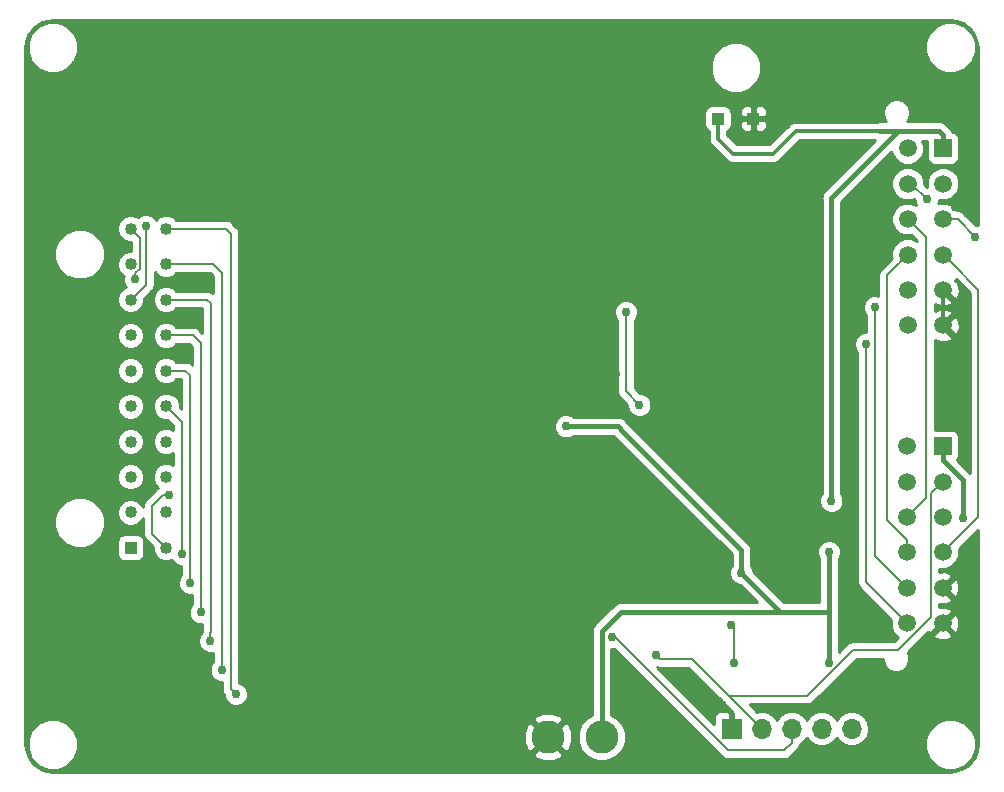
<source format=gbr>
%TF.GenerationSoftware,KiCad,Pcbnew,(5.0.0)*%
%TF.CreationDate,2019-02-02T21:11:36-06:00*%
%TF.ProjectId,BPSTemperature,42505354656D70657261747572652E6B,rev?*%
%TF.SameCoordinates,Original*%
%TF.FileFunction,Copper,L2,Bot,Signal*%
%TF.FilePolarity,Positive*%
%FSLAX46Y46*%
G04 Gerber Fmt 4.6, Leading zero omitted, Abs format (unit mm)*
G04 Created by KiCad (PCBNEW (5.0.0)) date 02/02/19 21:11:36*
%MOMM*%
%LPD*%
G01*
G04 APERTURE LIST*
%ADD10C,2.800000*%
%ADD11R,1.020000X1.020000*%
%ADD12C,1.020000*%
%ADD13R,1.700000X1.700000*%
%ADD14O,1.700000X1.700000*%
%ADD15C,1.500000*%
%ADD16R,1.500000X1.500000*%
%ADD17R,1.000000X1.000000*%
%ADD18C,0.762000*%
%ADD19C,0.304800*%
%ADD20C,0.203200*%
%ADD21C,0.381000*%
%ADD22C,0.254000*%
G04 APERTURE END LIST*
D10*
X102468001Y-131374501D03*
X97917000Y-131374501D03*
D11*
X62593000Y-115366500D03*
D12*
X62593000Y-88346500D03*
X62593000Y-112366500D03*
X62593000Y-109366500D03*
X62593000Y-106366500D03*
X62593000Y-103366500D03*
X62593000Y-100366500D03*
X62593000Y-97366500D03*
X62593000Y-94366500D03*
X62593000Y-91366500D03*
X65593000Y-91366500D03*
X65593000Y-97366500D03*
X65593000Y-94366500D03*
X65593000Y-100366500D03*
X65593000Y-88346500D03*
X65593000Y-106366500D03*
X65593000Y-103366500D03*
X65593000Y-109366500D03*
X65593000Y-112366500D03*
X65593000Y-115366500D03*
D13*
X113474500Y-130683000D03*
D14*
X116014500Y-130683000D03*
X118554500Y-130683000D03*
X121094500Y-130683000D03*
X123634500Y-130683000D03*
D15*
X128333500Y-121760500D03*
X128333500Y-118760500D03*
X128333500Y-115760500D03*
X128333500Y-112760500D03*
X128333500Y-109760500D03*
X128333500Y-106760500D03*
X131333500Y-121760500D03*
X131333500Y-118760500D03*
X131333500Y-115760500D03*
X131333500Y-112760500D03*
X131333500Y-109760500D03*
D16*
X131333500Y-106760500D03*
X131381500Y-81534000D03*
D15*
X131381500Y-84534000D03*
X131381500Y-87534000D03*
X131381500Y-90534000D03*
X131381500Y-93534000D03*
X131381500Y-96534000D03*
X128381500Y-81534000D03*
X128381500Y-84534000D03*
X128381500Y-87534000D03*
X128381500Y-90534000D03*
X128381500Y-93534000D03*
X128381500Y-96534000D03*
D17*
X115325000Y-79020000D03*
X112325000Y-79020000D03*
D18*
X116840000Y-115443000D03*
X132416987Y-86467513D03*
X132842000Y-78867000D03*
X105092500Y-109220000D03*
X96647000Y-109156500D03*
X90741500Y-110299500D03*
X93027500Y-112903000D03*
X93662500Y-119824500D03*
X97790000Y-117665500D03*
X100330000Y-120332500D03*
X81534000Y-117792500D03*
X83883500Y-112839500D03*
X83756500Y-109664500D03*
X83820000Y-107124500D03*
X83883500Y-103505000D03*
X83947000Y-100139500D03*
X83820000Y-97155000D03*
X83693000Y-93408500D03*
X83756500Y-90424000D03*
X83883500Y-87058500D03*
X88963500Y-90741500D03*
X92710000Y-88773000D03*
X94742000Y-85661500D03*
X97599500Y-83185000D03*
X100393500Y-80645000D03*
X103700000Y-100650000D03*
X97112435Y-99467978D03*
X95000000Y-103125000D03*
X96900000Y-105150000D03*
X133096000Y-112839500D03*
X121729500Y-125095000D03*
X121729500Y-115697000D03*
X114300000Y-117475000D03*
X121920000Y-111379000D03*
X99441000Y-105092500D03*
X105664000Y-103251000D03*
X104521000Y-95377000D03*
X62992000Y-92646500D03*
X63881000Y-88138000D03*
X71501000Y-127762000D03*
X70294500Y-125730000D03*
X69342000Y-123253500D03*
X68516500Y-120840500D03*
X67627500Y-118364000D03*
X66929000Y-115887500D03*
X65849500Y-110871000D03*
X107061000Y-124460000D03*
X134112000Y-89027000D03*
X103378000Y-122936000D03*
X113665000Y-125095000D03*
X113411000Y-121920000D03*
X124841000Y-98107500D03*
X125603000Y-94996000D03*
X130020501Y-85852000D03*
D19*
X131381500Y-93534000D02*
X131381500Y-96534000D01*
X132416987Y-86467513D02*
X132842000Y-86042500D01*
X132842000Y-86042500D02*
X132842000Y-78867000D01*
D20*
X105092500Y-109220000D02*
X96710500Y-109220000D01*
X96710500Y-109220000D02*
X96647000Y-109156500D01*
D21*
X131333500Y-106760500D02*
X131333500Y-107891500D01*
X133096000Y-109654000D02*
X133096000Y-112839500D01*
X131333500Y-107891500D02*
X133096000Y-109654000D01*
X117602000Y-120777000D02*
X114300000Y-117475000D01*
X121729500Y-120777000D02*
X121729500Y-115697000D01*
X121729500Y-125095000D02*
X121729500Y-120777000D01*
X131381500Y-80403000D02*
X131052000Y-80073500D01*
X131381500Y-81534000D02*
X131381500Y-80403000D01*
X131052000Y-80073500D02*
X128224506Y-80073500D01*
X128224506Y-80073500D02*
X127571500Y-80073500D01*
X127571500Y-80073500D02*
X121920000Y-85725000D01*
X121920000Y-85725000D02*
X121920000Y-111379000D01*
X118110000Y-120777000D02*
X117602000Y-120777000D01*
X119189500Y-120777000D02*
X118110000Y-120777000D01*
X121729500Y-120777000D02*
X119189500Y-120777000D01*
X114300000Y-117475000D02*
X114300000Y-115570000D01*
X114300000Y-115570000D02*
X104267000Y-105537000D01*
X103822500Y-105092500D02*
X104267000Y-105537000D01*
X99441000Y-105092500D02*
X103822500Y-105092500D01*
X127571500Y-80073500D02*
X126047500Y-80073500D01*
X104076500Y-120777000D02*
X117602000Y-120777000D01*
X102468001Y-122385499D02*
X104076500Y-120777000D01*
X102468001Y-131374501D02*
X102468001Y-122385499D01*
D19*
X126047500Y-80073500D02*
X118926500Y-80073500D01*
X118926500Y-80073500D02*
X117000000Y-82000000D01*
X117000000Y-82000000D02*
X113600000Y-82000000D01*
X113600000Y-82000000D02*
X112325000Y-80725000D01*
X112325000Y-80725000D02*
X112325000Y-79025000D01*
D20*
X105664000Y-103251000D02*
X104521000Y-102108000D01*
X104521000Y-102108000D02*
X104521000Y-95377000D01*
X63102999Y-88856499D02*
X62593000Y-88346500D01*
X63357001Y-89110501D02*
X63102999Y-88856499D01*
X63357001Y-91742684D02*
X63357001Y-89110501D01*
X62992000Y-92107685D02*
X63357001Y-91742684D01*
X62992000Y-92646500D02*
X62992000Y-92107685D01*
X63881000Y-93078500D02*
X62593000Y-94366500D01*
X63881000Y-88138000D02*
X63881000Y-93078500D01*
X71501000Y-127762000D02*
X71056500Y-127317500D01*
X71056500Y-127317500D02*
X71056500Y-88773000D01*
X70630000Y-88346500D02*
X65593000Y-88346500D01*
X71056500Y-88773000D02*
X70630000Y-88346500D01*
X69586000Y-91366500D02*
X65593000Y-91366500D01*
X70294500Y-125730000D02*
X70294500Y-92075000D01*
X70294500Y-92075000D02*
X69586000Y-91366500D01*
X69093500Y-94366500D02*
X65593000Y-94366500D01*
X69405500Y-94678500D02*
X69093500Y-94366500D01*
X69342000Y-122555000D02*
X69342000Y-123253500D01*
X69405500Y-122491500D02*
X69342000Y-122555000D01*
X69405500Y-122491500D02*
X69405500Y-94678500D01*
X68516500Y-120840500D02*
X68516500Y-98044000D01*
X67839000Y-97366500D02*
X65593000Y-97366500D01*
X68516500Y-98044000D02*
X67839000Y-97366500D01*
X67627500Y-118364000D02*
X67627500Y-100774500D01*
X67219500Y-100366500D02*
X65593000Y-100366500D01*
X67627500Y-100774500D02*
X67219500Y-100366500D01*
X66929000Y-104702500D02*
X65593000Y-103366500D01*
X66929000Y-115887500D02*
X66929000Y-104702500D01*
X65310685Y-110871000D02*
X64389000Y-111792685D01*
X65849500Y-110871000D02*
X65310685Y-110871000D01*
X64389000Y-114162500D02*
X65593000Y-115366500D01*
X64389000Y-111792685D02*
X64389000Y-114162500D01*
X110109000Y-124777500D02*
X107378500Y-124777500D01*
X107378500Y-124777500D02*
X107061000Y-124460000D01*
X119875302Y-127889000D02*
X113220500Y-127889000D01*
X123757803Y-124006499D02*
X119875302Y-127889000D01*
X130329499Y-110764501D02*
X130329499Y-121250423D01*
X127573423Y-124006499D02*
X123757803Y-124006499D01*
X131333500Y-109760500D02*
X130329499Y-110764501D01*
X130329499Y-121250423D02*
X127573423Y-124006499D01*
X113220500Y-127889000D02*
X110109000Y-124777500D01*
X116014500Y-130683000D02*
X113220500Y-127889000D01*
X132619000Y-87534000D02*
X131381500Y-87534000D01*
X134112000Y-89027000D02*
X132619000Y-87534000D01*
X118554500Y-131885081D02*
X117915081Y-132524500D01*
X118554500Y-130683000D02*
X118554500Y-131885081D01*
X103570298Y-122936000D02*
X103378000Y-122936000D01*
X113158798Y-132524500D02*
X103570298Y-122936000D01*
X117915081Y-132524500D02*
X113158798Y-132524500D01*
X132131499Y-91283999D02*
X131381500Y-90534000D01*
X134366000Y-93518500D02*
X132131499Y-91283999D01*
X134366000Y-112728000D02*
X134366000Y-93518500D01*
X131333500Y-115760500D02*
X134366000Y-112728000D01*
X113665000Y-125095000D02*
X113665000Y-122174000D01*
X113665000Y-122174000D02*
X113411000Y-121920000D01*
X128333500Y-121760500D02*
X124841000Y-118268000D01*
X124841000Y-118268000D02*
X124841000Y-98107500D01*
X128333500Y-118760500D02*
X125603000Y-116030000D01*
X125603000Y-116030000D02*
X125603000Y-94996000D01*
X127631501Y-91283999D02*
X128381500Y-90534000D01*
X126639499Y-92276001D02*
X127631501Y-91283999D01*
X126639499Y-113005839D02*
X126639499Y-92276001D01*
X128333500Y-114699840D02*
X126639499Y-113005839D01*
X128333500Y-115760500D02*
X128333500Y-114699840D01*
X128333500Y-112760500D02*
X129921000Y-111173000D01*
X129921000Y-89073500D02*
X128381500Y-87534000D01*
X129921000Y-111173000D02*
X129921000Y-89073500D01*
X128702501Y-84534000D02*
X128381500Y-84534000D01*
X130020501Y-85852000D02*
X128702501Y-84534000D01*
D22*
G36*
X132531494Y-70751605D02*
X133034485Y-70934182D01*
X133481979Y-71227572D01*
X133849977Y-71616039D01*
X134118738Y-72078745D01*
X134276565Y-72599847D01*
X134315000Y-73030505D01*
X134315000Y-88011375D01*
X134314095Y-88011000D01*
X134137710Y-88011000D01*
X133191151Y-87064442D01*
X133150058Y-87002942D01*
X132906407Y-86840139D01*
X132691544Y-86797400D01*
X132691540Y-86797400D01*
X132619000Y-86782971D01*
X132573293Y-86792062D01*
X132555647Y-86749460D01*
X132166040Y-86359853D01*
X131656994Y-86149000D01*
X131106006Y-86149000D01*
X130974654Y-86203408D01*
X131036501Y-86054095D01*
X131036501Y-85890210D01*
X131106006Y-85919000D01*
X131656994Y-85919000D01*
X132166040Y-85708147D01*
X132555647Y-85318540D01*
X132766500Y-84809494D01*
X132766500Y-84258506D01*
X132555647Y-83749460D01*
X132166040Y-83359853D01*
X131656994Y-83149000D01*
X131106006Y-83149000D01*
X130596960Y-83359853D01*
X130207353Y-83749460D01*
X129996500Y-84258506D01*
X129996500Y-84786290D01*
X129766500Y-84556290D01*
X129766500Y-84258506D01*
X129555647Y-83749460D01*
X129166040Y-83359853D01*
X128656994Y-83149000D01*
X128106006Y-83149000D01*
X127596960Y-83359853D01*
X127207353Y-83749460D01*
X126996500Y-84258506D01*
X126996500Y-84809494D01*
X127207353Y-85318540D01*
X127596960Y-85708147D01*
X128106006Y-85919000D01*
X128656994Y-85919000D01*
X128931916Y-85805124D01*
X129004501Y-85877709D01*
X129004501Y-86054095D01*
X129123923Y-86342408D01*
X128656994Y-86149000D01*
X128106006Y-86149000D01*
X127596960Y-86359853D01*
X127207353Y-86749460D01*
X126996500Y-87258506D01*
X126996500Y-87809494D01*
X127207353Y-88318540D01*
X127596960Y-88708147D01*
X128106006Y-88919000D01*
X128656994Y-88919000D01*
X128704933Y-88899143D01*
X129165363Y-89359572D01*
X128656994Y-89149000D01*
X128106006Y-89149000D01*
X127596960Y-89359853D01*
X127207353Y-89749460D01*
X126996500Y-90258506D01*
X126996500Y-90809494D01*
X127016357Y-90857433D01*
X126169939Y-91703852D01*
X126108442Y-91744943D01*
X126067351Y-91806440D01*
X126067348Y-91806443D01*
X125945638Y-91988595D01*
X125888470Y-92276001D01*
X125902900Y-92348546D01*
X125902900Y-94020512D01*
X125805095Y-93980000D01*
X125400905Y-93980000D01*
X125027482Y-94134676D01*
X124741676Y-94420482D01*
X124587000Y-94793905D01*
X124587000Y-95198095D01*
X124741676Y-95571518D01*
X124866401Y-95696243D01*
X124866401Y-97091500D01*
X124638905Y-97091500D01*
X124265482Y-97246176D01*
X123979676Y-97531982D01*
X123825000Y-97905405D01*
X123825000Y-98309595D01*
X123979676Y-98683018D01*
X124104401Y-98807743D01*
X124104400Y-118195460D01*
X124089971Y-118268000D01*
X124104400Y-118340540D01*
X124104400Y-118340543D01*
X124147139Y-118555406D01*
X124309942Y-118799058D01*
X124371442Y-118840151D01*
X126968357Y-121437067D01*
X126948500Y-121485006D01*
X126948500Y-122035994D01*
X127159353Y-122545040D01*
X127548960Y-122934647D01*
X127587572Y-122950641D01*
X127268314Y-123269899D01*
X123830343Y-123269899D01*
X123757803Y-123255470D01*
X123685262Y-123269899D01*
X123685259Y-123269899D01*
X123503622Y-123306029D01*
X123470396Y-123312638D01*
X123288244Y-123434348D01*
X123288242Y-123434350D01*
X123226745Y-123475441D01*
X123185654Y-123536938D01*
X122555000Y-124167592D01*
X122555000Y-120858302D01*
X122571172Y-120777000D01*
X122555000Y-120695697D01*
X122555000Y-116308342D01*
X122590824Y-116272518D01*
X122745500Y-115899095D01*
X122745500Y-115494905D01*
X122590824Y-115121482D01*
X122305018Y-114835676D01*
X121931595Y-114681000D01*
X121527405Y-114681000D01*
X121153982Y-114835676D01*
X120868176Y-115121482D01*
X120713500Y-115494905D01*
X120713500Y-115899095D01*
X120868176Y-116272518D01*
X120904001Y-116308343D01*
X120904000Y-119951500D01*
X117943933Y-119951500D01*
X115316000Y-117323568D01*
X115316000Y-117272905D01*
X115161324Y-116899482D01*
X115125500Y-116863658D01*
X115125500Y-115651303D01*
X115141672Y-115570000D01*
X115077604Y-115247906D01*
X114941206Y-115043773D01*
X114895152Y-114974848D01*
X114826226Y-114928793D01*
X104793226Y-104895794D01*
X104463709Y-104566277D01*
X104417652Y-104497348D01*
X104144594Y-104314896D01*
X103903803Y-104267000D01*
X103903801Y-104267000D01*
X103822500Y-104250828D01*
X103741199Y-104267000D01*
X100052342Y-104267000D01*
X100016518Y-104231176D01*
X99643095Y-104076500D01*
X99238905Y-104076500D01*
X98865482Y-104231176D01*
X98579676Y-104516982D01*
X98425000Y-104890405D01*
X98425000Y-105294595D01*
X98579676Y-105668018D01*
X98865482Y-105953824D01*
X99238905Y-106108500D01*
X99643095Y-106108500D01*
X100016518Y-105953824D01*
X100052342Y-105918000D01*
X103480568Y-105918000D01*
X103625794Y-106063226D01*
X113474501Y-115911934D01*
X113474500Y-116863658D01*
X113438676Y-116899482D01*
X113284000Y-117272905D01*
X113284000Y-117677095D01*
X113438676Y-118050518D01*
X113724482Y-118336324D01*
X114097905Y-118491000D01*
X114148568Y-118491000D01*
X115609067Y-119951500D01*
X104157797Y-119951500D01*
X104076499Y-119935329D01*
X103995201Y-119951500D01*
X103995197Y-119951500D01*
X103754406Y-119999396D01*
X103481348Y-120181848D01*
X103435294Y-120250773D01*
X101941776Y-121744292D01*
X101872850Y-121790347D01*
X101826795Y-121859273D01*
X101690398Y-122063405D01*
X101626329Y-122385499D01*
X101642502Y-122466805D01*
X101642501Y-129513766D01*
X101315266Y-129649311D01*
X100742811Y-130221766D01*
X100433001Y-130969714D01*
X100433001Y-131779288D01*
X100742811Y-132527236D01*
X101315266Y-133099691D01*
X102063214Y-133409501D01*
X102872788Y-133409501D01*
X103620736Y-133099691D01*
X104193191Y-132527236D01*
X104503001Y-131779288D01*
X104503001Y-130969714D01*
X104193191Y-130221766D01*
X103620736Y-129649311D01*
X103293501Y-129513766D01*
X103293501Y-123952000D01*
X103544589Y-123952000D01*
X112586649Y-132994061D01*
X112627740Y-133055558D01*
X112689237Y-133096649D01*
X112689239Y-133096651D01*
X112857758Y-133209252D01*
X112871391Y-133218361D01*
X113086254Y-133261100D01*
X113086257Y-133261100D01*
X113158798Y-133275529D01*
X113231338Y-133261100D01*
X117842541Y-133261100D01*
X117915081Y-133275529D01*
X117987621Y-133261100D01*
X117987625Y-133261100D01*
X118202488Y-133218361D01*
X118446139Y-133055558D01*
X118487232Y-132994058D01*
X119024060Y-132457231D01*
X119085558Y-132416139D01*
X119126649Y-132354642D01*
X119126651Y-132354640D01*
X119248361Y-132172488D01*
X119270703Y-132060165D01*
X119286698Y-131979755D01*
X119625125Y-131753625D01*
X119824500Y-131455239D01*
X120023875Y-131753625D01*
X120515082Y-132081839D01*
X120948244Y-132168000D01*
X121240756Y-132168000D01*
X121673918Y-132081839D01*
X122165125Y-131753625D01*
X122364500Y-131455239D01*
X122563875Y-131753625D01*
X123055082Y-132081839D01*
X123488244Y-132168000D01*
X123780756Y-132168000D01*
X124213918Y-132081839D01*
X124705125Y-131753625D01*
X124824263Y-131575322D01*
X129865000Y-131575322D01*
X129865000Y-132424678D01*
X130190034Y-133209380D01*
X130790620Y-133809966D01*
X131575322Y-134135000D01*
X132424678Y-134135000D01*
X133209380Y-133809966D01*
X133809966Y-133209380D01*
X134135000Y-132424678D01*
X134135000Y-131575322D01*
X133809966Y-130790620D01*
X133209380Y-130190034D01*
X132424678Y-129865000D01*
X131575322Y-129865000D01*
X130790620Y-130190034D01*
X130190034Y-130790620D01*
X129865000Y-131575322D01*
X124824263Y-131575322D01*
X125033339Y-131262418D01*
X125148592Y-130683000D01*
X125033339Y-130103582D01*
X124705125Y-129612375D01*
X124213918Y-129284161D01*
X123780756Y-129198000D01*
X123488244Y-129198000D01*
X123055082Y-129284161D01*
X122563875Y-129612375D01*
X122364500Y-129910761D01*
X122165125Y-129612375D01*
X121673918Y-129284161D01*
X121240756Y-129198000D01*
X120948244Y-129198000D01*
X120515082Y-129284161D01*
X120023875Y-129612375D01*
X119824500Y-129910761D01*
X119625125Y-129612375D01*
X119133918Y-129284161D01*
X118700756Y-129198000D01*
X118408244Y-129198000D01*
X117975082Y-129284161D01*
X117483875Y-129612375D01*
X117284500Y-129910761D01*
X117085125Y-129612375D01*
X116593918Y-129284161D01*
X116160756Y-129198000D01*
X115868244Y-129198000D01*
X115620491Y-129247281D01*
X114998809Y-128625600D01*
X119802762Y-128625600D01*
X119875302Y-128640029D01*
X119947842Y-128625600D01*
X119947846Y-128625600D01*
X120162709Y-128582861D01*
X120406360Y-128420058D01*
X120447453Y-128358558D01*
X124062913Y-124743099D01*
X126258500Y-124743099D01*
X126258500Y-124986266D01*
X126431293Y-125403426D01*
X126750574Y-125722707D01*
X127167734Y-125895500D01*
X127619266Y-125895500D01*
X128036426Y-125722707D01*
X128355707Y-125403426D01*
X128528500Y-124986266D01*
X128528500Y-124534734D01*
X128399158Y-124222473D01*
X129889614Y-122732017D01*
X130541588Y-122732017D01*
X130609577Y-122972960D01*
X131128671Y-123157701D01*
X131678948Y-123129730D01*
X132057423Y-122972960D01*
X132125412Y-122732017D01*
X131333500Y-121940105D01*
X130541588Y-122732017D01*
X129889614Y-122732017D01*
X130133650Y-122487981D01*
X130361983Y-122552412D01*
X131153895Y-121760500D01*
X131513105Y-121760500D01*
X132305017Y-122552412D01*
X132545960Y-122484423D01*
X132730701Y-121965329D01*
X132702730Y-121415052D01*
X132545960Y-121036577D01*
X132305017Y-120968588D01*
X131513105Y-121760500D01*
X131153895Y-121760500D01*
X131139753Y-121746358D01*
X131319358Y-121566753D01*
X131333500Y-121580895D01*
X132125412Y-120788983D01*
X132057423Y-120548040D01*
X131538329Y-120363299D01*
X131066099Y-120387303D01*
X131066099Y-120135432D01*
X131128671Y-120157701D01*
X131678948Y-120129730D01*
X132057423Y-119972960D01*
X132125412Y-119732017D01*
X131333500Y-118940105D01*
X131319358Y-118954248D01*
X131139753Y-118774643D01*
X131153895Y-118760500D01*
X131513105Y-118760500D01*
X132305017Y-119552412D01*
X132545960Y-119484423D01*
X132730701Y-118965329D01*
X132702730Y-118415052D01*
X132545960Y-118036577D01*
X132305017Y-117968588D01*
X131513105Y-118760500D01*
X131153895Y-118760500D01*
X131139753Y-118746358D01*
X131319358Y-118566753D01*
X131333500Y-118580895D01*
X132125412Y-117788983D01*
X132057423Y-117548040D01*
X131538329Y-117363299D01*
X131066099Y-117387303D01*
X131066099Y-117145500D01*
X131608994Y-117145500D01*
X132118040Y-116934647D01*
X132507647Y-116545040D01*
X132718500Y-116035994D01*
X132718500Y-115485006D01*
X132698643Y-115437066D01*
X134315001Y-113820709D01*
X134315001Y-131960198D01*
X134248395Y-132531494D01*
X134065819Y-133034483D01*
X133772427Y-133481980D01*
X133383961Y-133849977D01*
X132921253Y-134118739D01*
X132400153Y-134276565D01*
X131969495Y-134315000D01*
X56039794Y-134315000D01*
X55468506Y-134248395D01*
X54965517Y-134065819D01*
X54518020Y-133772427D01*
X54150023Y-133383961D01*
X53881261Y-132921253D01*
X53723435Y-132400153D01*
X53685000Y-131969495D01*
X53685000Y-131575322D01*
X53865000Y-131575322D01*
X53865000Y-132424678D01*
X54190034Y-133209380D01*
X54790620Y-133809966D01*
X55575322Y-134135000D01*
X56424678Y-134135000D01*
X57209380Y-133809966D01*
X57809966Y-133209380D01*
X57972816Y-132816225D01*
X96654882Y-132816225D01*
X96802455Y-133124607D01*
X97557031Y-133417906D01*
X98366409Y-133400115D01*
X99031545Y-133124607D01*
X99179118Y-132816225D01*
X97917000Y-131554106D01*
X96654882Y-132816225D01*
X57972816Y-132816225D01*
X58135000Y-132424678D01*
X58135000Y-131575322D01*
X57902714Y-131014532D01*
X95873595Y-131014532D01*
X95891386Y-131823910D01*
X96166894Y-132489046D01*
X96475276Y-132636619D01*
X97737395Y-131374501D01*
X98096605Y-131374501D01*
X99358724Y-132636619D01*
X99667106Y-132489046D01*
X99960405Y-131734470D01*
X99942614Y-130925092D01*
X99667106Y-130259956D01*
X99358724Y-130112383D01*
X98096605Y-131374501D01*
X97737395Y-131374501D01*
X96475276Y-130112383D01*
X96166894Y-130259956D01*
X95873595Y-131014532D01*
X57902714Y-131014532D01*
X57809966Y-130790620D01*
X57209380Y-130190034D01*
X56588307Y-129932777D01*
X96654882Y-129932777D01*
X97917000Y-131194896D01*
X99179118Y-129932777D01*
X99031545Y-129624395D01*
X98276969Y-129331096D01*
X97467591Y-129348887D01*
X96802455Y-129624395D01*
X96654882Y-129932777D01*
X56588307Y-129932777D01*
X56424678Y-129865000D01*
X55575322Y-129865000D01*
X54790620Y-130190034D01*
X54190034Y-130790620D01*
X53865000Y-131575322D01*
X53685000Y-131575322D01*
X53685000Y-112781822D01*
X56138000Y-112781822D01*
X56138000Y-113631178D01*
X56463034Y-114415880D01*
X57063620Y-115016466D01*
X57848322Y-115341500D01*
X58697678Y-115341500D01*
X59482380Y-115016466D01*
X59642346Y-114856500D01*
X61435560Y-114856500D01*
X61435560Y-115876500D01*
X61484843Y-116124265D01*
X61625191Y-116334309D01*
X61835235Y-116474657D01*
X62083000Y-116523940D01*
X63103000Y-116523940D01*
X63350765Y-116474657D01*
X63560809Y-116334309D01*
X63701157Y-116124265D01*
X63750440Y-115876500D01*
X63750440Y-114856500D01*
X63701157Y-114608735D01*
X63560809Y-114398691D01*
X63350765Y-114258343D01*
X63103000Y-114209060D01*
X62083000Y-114209060D01*
X61835235Y-114258343D01*
X61625191Y-114398691D01*
X61484843Y-114608735D01*
X61435560Y-114856500D01*
X59642346Y-114856500D01*
X60082966Y-114415880D01*
X60408000Y-113631178D01*
X60408000Y-112781822D01*
X60082966Y-111997120D01*
X59482380Y-111396534D01*
X58697678Y-111071500D01*
X57848322Y-111071500D01*
X57063620Y-111396534D01*
X56463034Y-111997120D01*
X56138000Y-112781822D01*
X53685000Y-112781822D01*
X53685000Y-109138745D01*
X61448000Y-109138745D01*
X61448000Y-109594255D01*
X61622316Y-110015090D01*
X61944410Y-110337184D01*
X62365245Y-110511500D01*
X62820755Y-110511500D01*
X63241590Y-110337184D01*
X63563684Y-110015090D01*
X63738000Y-109594255D01*
X63738000Y-109138745D01*
X63563684Y-108717910D01*
X63241590Y-108395816D01*
X62820755Y-108221500D01*
X62365245Y-108221500D01*
X61944410Y-108395816D01*
X61622316Y-108717910D01*
X61448000Y-109138745D01*
X53685000Y-109138745D01*
X53685000Y-106138745D01*
X61448000Y-106138745D01*
X61448000Y-106594255D01*
X61622316Y-107015090D01*
X61944410Y-107337184D01*
X62365245Y-107511500D01*
X62820755Y-107511500D01*
X63241590Y-107337184D01*
X63563684Y-107015090D01*
X63738000Y-106594255D01*
X63738000Y-106138745D01*
X63563684Y-105717910D01*
X63241590Y-105395816D01*
X62820755Y-105221500D01*
X62365245Y-105221500D01*
X61944410Y-105395816D01*
X61622316Y-105717910D01*
X61448000Y-106138745D01*
X53685000Y-106138745D01*
X53685000Y-103138745D01*
X61448000Y-103138745D01*
X61448000Y-103594255D01*
X61622316Y-104015090D01*
X61944410Y-104337184D01*
X62365245Y-104511500D01*
X62820755Y-104511500D01*
X63241590Y-104337184D01*
X63563684Y-104015090D01*
X63738000Y-103594255D01*
X63738000Y-103138745D01*
X63563684Y-102717910D01*
X63241590Y-102395816D01*
X62820755Y-102221500D01*
X62365245Y-102221500D01*
X61944410Y-102395816D01*
X61622316Y-102717910D01*
X61448000Y-103138745D01*
X53685000Y-103138745D01*
X53685000Y-100138745D01*
X61448000Y-100138745D01*
X61448000Y-100594255D01*
X61622316Y-101015090D01*
X61944410Y-101337184D01*
X62365245Y-101511500D01*
X62820755Y-101511500D01*
X63241590Y-101337184D01*
X63563684Y-101015090D01*
X63738000Y-100594255D01*
X63738000Y-100138745D01*
X63563684Y-99717910D01*
X63241590Y-99395816D01*
X62820755Y-99221500D01*
X62365245Y-99221500D01*
X61944410Y-99395816D01*
X61622316Y-99717910D01*
X61448000Y-100138745D01*
X53685000Y-100138745D01*
X53685000Y-97138745D01*
X61448000Y-97138745D01*
X61448000Y-97594255D01*
X61622316Y-98015090D01*
X61944410Y-98337184D01*
X62365245Y-98511500D01*
X62820755Y-98511500D01*
X63241590Y-98337184D01*
X63563684Y-98015090D01*
X63738000Y-97594255D01*
X63738000Y-97138745D01*
X63563684Y-96717910D01*
X63241590Y-96395816D01*
X62820755Y-96221500D01*
X62365245Y-96221500D01*
X61944410Y-96395816D01*
X61622316Y-96717910D01*
X61448000Y-97138745D01*
X53685000Y-97138745D01*
X53685000Y-90081822D01*
X56138000Y-90081822D01*
X56138000Y-90931178D01*
X56463034Y-91715880D01*
X57063620Y-92316466D01*
X57848322Y-92641500D01*
X58697678Y-92641500D01*
X59482380Y-92316466D01*
X60082966Y-91715880D01*
X60408000Y-90931178D01*
X60408000Y-90081822D01*
X60082966Y-89297120D01*
X59482380Y-88696534D01*
X58697678Y-88371500D01*
X57848322Y-88371500D01*
X57063620Y-88696534D01*
X56463034Y-89297120D01*
X56138000Y-90081822D01*
X53685000Y-90081822D01*
X53685000Y-88118745D01*
X61448000Y-88118745D01*
X61448000Y-88574255D01*
X61622316Y-88995090D01*
X61944410Y-89317184D01*
X62365245Y-89491500D01*
X62620402Y-89491500D01*
X62620402Y-90221500D01*
X62365245Y-90221500D01*
X61944410Y-90395816D01*
X61622316Y-90717910D01*
X61448000Y-91138745D01*
X61448000Y-91594255D01*
X61622316Y-92015090D01*
X61944410Y-92337184D01*
X62009282Y-92364055D01*
X61976000Y-92444405D01*
X61976000Y-92848595D01*
X62130676Y-93222018D01*
X62199014Y-93290356D01*
X61944410Y-93395816D01*
X61622316Y-93717910D01*
X61448000Y-94138745D01*
X61448000Y-94594255D01*
X61622316Y-95015090D01*
X61944410Y-95337184D01*
X62365245Y-95511500D01*
X62820755Y-95511500D01*
X63241590Y-95337184D01*
X63563684Y-95015090D01*
X63738000Y-94594255D01*
X63738000Y-94263209D01*
X64350560Y-93650650D01*
X64412058Y-93609558D01*
X64453149Y-93548061D01*
X64453151Y-93548059D01*
X64574861Y-93365907D01*
X64612326Y-93177558D01*
X64617600Y-93151044D01*
X64617600Y-93151041D01*
X64632029Y-93078501D01*
X64617600Y-93005960D01*
X64617600Y-92003705D01*
X64622316Y-92015090D01*
X64944410Y-92337184D01*
X65365245Y-92511500D01*
X65820755Y-92511500D01*
X66241590Y-92337184D01*
X66475674Y-92103100D01*
X69280891Y-92103100D01*
X69557901Y-92380110D01*
X69557901Y-93790903D01*
X69380907Y-93672639D01*
X69166044Y-93629900D01*
X69166040Y-93629900D01*
X69093500Y-93615471D01*
X69020960Y-93629900D01*
X66475674Y-93629900D01*
X66241590Y-93395816D01*
X65820755Y-93221500D01*
X65365245Y-93221500D01*
X64944410Y-93395816D01*
X64622316Y-93717910D01*
X64448000Y-94138745D01*
X64448000Y-94594255D01*
X64622316Y-95015090D01*
X64944410Y-95337184D01*
X65365245Y-95511500D01*
X65820755Y-95511500D01*
X66241590Y-95337184D01*
X66475674Y-95103100D01*
X68668901Y-95103100D01*
X68668901Y-97154691D01*
X68411151Y-96896942D01*
X68370058Y-96835442D01*
X68126407Y-96672639D01*
X67911544Y-96629900D01*
X67911540Y-96629900D01*
X67839000Y-96615471D01*
X67766460Y-96629900D01*
X66475674Y-96629900D01*
X66241590Y-96395816D01*
X65820755Y-96221500D01*
X65365245Y-96221500D01*
X64944410Y-96395816D01*
X64622316Y-96717910D01*
X64448000Y-97138745D01*
X64448000Y-97594255D01*
X64622316Y-98015090D01*
X64944410Y-98337184D01*
X65365245Y-98511500D01*
X65820755Y-98511500D01*
X66241590Y-98337184D01*
X66475674Y-98103100D01*
X67533891Y-98103100D01*
X67779901Y-98349111D01*
X67779901Y-99879357D01*
X67750558Y-99835442D01*
X67506907Y-99672639D01*
X67292044Y-99629900D01*
X67292040Y-99629900D01*
X67219500Y-99615471D01*
X67146960Y-99629900D01*
X66475674Y-99629900D01*
X66241590Y-99395816D01*
X65820755Y-99221500D01*
X65365245Y-99221500D01*
X64944410Y-99395816D01*
X64622316Y-99717910D01*
X64448000Y-100138745D01*
X64448000Y-100594255D01*
X64622316Y-101015090D01*
X64944410Y-101337184D01*
X65365245Y-101511500D01*
X65820755Y-101511500D01*
X66241590Y-101337184D01*
X66475674Y-101103100D01*
X66890901Y-101103100D01*
X66890901Y-103622692D01*
X66738000Y-103469791D01*
X66738000Y-103138745D01*
X66563684Y-102717910D01*
X66241590Y-102395816D01*
X65820755Y-102221500D01*
X65365245Y-102221500D01*
X64944410Y-102395816D01*
X64622316Y-102717910D01*
X64448000Y-103138745D01*
X64448000Y-103594255D01*
X64622316Y-104015090D01*
X64944410Y-104337184D01*
X65365245Y-104511500D01*
X65696291Y-104511500D01*
X66192401Y-105007610D01*
X66192401Y-105375441D01*
X65820755Y-105221500D01*
X65365245Y-105221500D01*
X64944410Y-105395816D01*
X64622316Y-105717910D01*
X64448000Y-106138745D01*
X64448000Y-106594255D01*
X64622316Y-107015090D01*
X64944410Y-107337184D01*
X65365245Y-107511500D01*
X65820755Y-107511500D01*
X66192401Y-107357559D01*
X66192401Y-108375441D01*
X65820755Y-108221500D01*
X65365245Y-108221500D01*
X64944410Y-108395816D01*
X64622316Y-108717910D01*
X64448000Y-109138745D01*
X64448000Y-109594255D01*
X64622316Y-110015090D01*
X64880060Y-110272834D01*
X64779627Y-110339942D01*
X64738534Y-110401442D01*
X63919442Y-111220534D01*
X63857942Y-111261627D01*
X63816849Y-111323127D01*
X63695140Y-111505278D01*
X63695139Y-111505279D01*
X63652400Y-111720142D01*
X63652400Y-111720145D01*
X63637971Y-111792685D01*
X63652400Y-111865226D01*
X63652400Y-111932089D01*
X63563684Y-111717910D01*
X63241590Y-111395816D01*
X62820755Y-111221500D01*
X62365245Y-111221500D01*
X61944410Y-111395816D01*
X61622316Y-111717910D01*
X61448000Y-112138745D01*
X61448000Y-112594255D01*
X61622316Y-113015090D01*
X61944410Y-113337184D01*
X62365245Y-113511500D01*
X62820755Y-113511500D01*
X63241590Y-113337184D01*
X63563684Y-113015090D01*
X63652400Y-112800910D01*
X63652401Y-114089955D01*
X63637971Y-114162500D01*
X63695139Y-114449906D01*
X63816849Y-114632058D01*
X63816852Y-114632061D01*
X63857943Y-114693558D01*
X63919440Y-114734649D01*
X64448000Y-115263209D01*
X64448000Y-115594255D01*
X64622316Y-116015090D01*
X64944410Y-116337184D01*
X65365245Y-116511500D01*
X65820755Y-116511500D01*
X66048656Y-116417100D01*
X66067676Y-116463018D01*
X66353482Y-116748824D01*
X66726905Y-116903500D01*
X66890900Y-116903500D01*
X66890900Y-117663758D01*
X66766176Y-117788482D01*
X66611500Y-118161905D01*
X66611500Y-118566095D01*
X66766176Y-118939518D01*
X67051982Y-119225324D01*
X67425405Y-119380000D01*
X67779900Y-119380000D01*
X67779900Y-120140258D01*
X67655176Y-120264982D01*
X67500500Y-120638405D01*
X67500500Y-121042595D01*
X67655176Y-121416018D01*
X67940982Y-121701824D01*
X68314405Y-121856500D01*
X68668900Y-121856500D01*
X68668900Y-122236523D01*
X68648139Y-122267594D01*
X68605400Y-122482457D01*
X68605400Y-122482460D01*
X68590971Y-122555000D01*
X68593076Y-122565582D01*
X68480676Y-122677982D01*
X68326000Y-123051405D01*
X68326000Y-123455595D01*
X68480676Y-123829018D01*
X68766482Y-124114824D01*
X69139905Y-124269500D01*
X69544095Y-124269500D01*
X69557900Y-124263782D01*
X69557900Y-125029758D01*
X69433176Y-125154482D01*
X69278500Y-125527905D01*
X69278500Y-125932095D01*
X69433176Y-126305518D01*
X69718982Y-126591324D01*
X70092405Y-126746000D01*
X70319900Y-126746000D01*
X70319900Y-127244960D01*
X70305471Y-127317500D01*
X70319900Y-127390040D01*
X70319900Y-127390043D01*
X70362639Y-127604906D01*
X70485000Y-127788032D01*
X70485000Y-127964095D01*
X70639676Y-128337518D01*
X70925482Y-128623324D01*
X71298905Y-128778000D01*
X71703095Y-128778000D01*
X72076518Y-128623324D01*
X72362324Y-128337518D01*
X72517000Y-127964095D01*
X72517000Y-127559905D01*
X72362324Y-127186482D01*
X72076518Y-126900676D01*
X71793100Y-126783281D01*
X71793100Y-95174905D01*
X103505000Y-95174905D01*
X103505000Y-95579095D01*
X103659676Y-95952518D01*
X103784401Y-96077243D01*
X103784400Y-102035460D01*
X103769971Y-102108000D01*
X103784400Y-102180540D01*
X103784400Y-102180543D01*
X103827139Y-102395406D01*
X103989942Y-102639058D01*
X104051442Y-102680151D01*
X104648000Y-103276710D01*
X104648000Y-103453095D01*
X104802676Y-103826518D01*
X105088482Y-104112324D01*
X105461905Y-104267000D01*
X105866095Y-104267000D01*
X106239518Y-104112324D01*
X106525324Y-103826518D01*
X106680000Y-103453095D01*
X106680000Y-103048905D01*
X106525324Y-102675482D01*
X106239518Y-102389676D01*
X105866095Y-102235000D01*
X105689710Y-102235000D01*
X105257600Y-101802891D01*
X105257600Y-96077242D01*
X105382324Y-95952518D01*
X105537000Y-95579095D01*
X105537000Y-95174905D01*
X105382324Y-94801482D01*
X105096518Y-94515676D01*
X104723095Y-94361000D01*
X104318905Y-94361000D01*
X103945482Y-94515676D01*
X103659676Y-94801482D01*
X103505000Y-95174905D01*
X71793100Y-95174905D01*
X71793100Y-88845540D01*
X71807529Y-88772999D01*
X71793100Y-88700459D01*
X71793100Y-88700456D01*
X71750361Y-88485593D01*
X71587558Y-88241942D01*
X71526058Y-88200849D01*
X71202151Y-87876942D01*
X71161058Y-87815442D01*
X70917407Y-87652639D01*
X70702544Y-87609900D01*
X70702540Y-87609900D01*
X70630000Y-87595471D01*
X70557460Y-87609900D01*
X66475674Y-87609900D01*
X66241590Y-87375816D01*
X65820755Y-87201500D01*
X65365245Y-87201500D01*
X64944410Y-87375816D01*
X64746840Y-87573386D01*
X64742324Y-87562482D01*
X64456518Y-87276676D01*
X64083095Y-87122000D01*
X63678905Y-87122000D01*
X63305482Y-87276676D01*
X63216666Y-87365492D01*
X62820755Y-87201500D01*
X62365245Y-87201500D01*
X61944410Y-87375816D01*
X61622316Y-87697910D01*
X61448000Y-88118745D01*
X53685000Y-88118745D01*
X53685000Y-78520000D01*
X111177560Y-78520000D01*
X111177560Y-79520000D01*
X111226843Y-79767765D01*
X111367191Y-79977809D01*
X111537600Y-80091674D01*
X111537600Y-80647449D01*
X111522174Y-80725000D01*
X111537600Y-80802551D01*
X111583285Y-81032227D01*
X111757316Y-81292684D01*
X111823065Y-81336616D01*
X112988386Y-82501938D01*
X113032316Y-82567684D01*
X113292772Y-82741715D01*
X113522448Y-82787400D01*
X113599999Y-82802826D01*
X113677550Y-82787400D01*
X116922449Y-82787400D01*
X117000000Y-82802826D01*
X117077551Y-82787400D01*
X117077552Y-82787400D01*
X117307228Y-82741715D01*
X117567684Y-82567684D01*
X117611616Y-82501935D01*
X119252652Y-80860900D01*
X125616667Y-80860900D01*
X121393777Y-85083791D01*
X121324848Y-85129848D01*
X121142396Y-85402907D01*
X121110235Y-85564593D01*
X121078328Y-85725000D01*
X121094500Y-85806302D01*
X121094501Y-110767657D01*
X121058676Y-110803482D01*
X120904000Y-111176905D01*
X120904000Y-111581095D01*
X121058676Y-111954518D01*
X121344482Y-112240324D01*
X121717905Y-112395000D01*
X122122095Y-112395000D01*
X122495518Y-112240324D01*
X122781324Y-111954518D01*
X122936000Y-111581095D01*
X122936000Y-111176905D01*
X122781324Y-110803482D01*
X122745500Y-110767658D01*
X122745500Y-86066932D01*
X126998386Y-81814047D01*
X127207353Y-82318540D01*
X127596960Y-82708147D01*
X128106006Y-82919000D01*
X128656994Y-82919000D01*
X129166040Y-82708147D01*
X129555647Y-82318540D01*
X129766500Y-81809494D01*
X129766500Y-81258506D01*
X129617588Y-80899000D01*
X129984060Y-80899000D01*
X129984060Y-82284000D01*
X130033343Y-82531765D01*
X130173691Y-82741809D01*
X130383735Y-82882157D01*
X130631500Y-82931440D01*
X132131500Y-82931440D01*
X132379265Y-82882157D01*
X132589309Y-82741809D01*
X132729657Y-82531765D01*
X132778940Y-82284000D01*
X132778940Y-80784000D01*
X132729657Y-80536235D01*
X132589309Y-80326191D01*
X132379265Y-80185843D01*
X132171767Y-80144570D01*
X132159104Y-80080906D01*
X131976652Y-79807848D01*
X131907725Y-79761792D01*
X131693208Y-79547276D01*
X131647152Y-79478348D01*
X131374094Y-79295896D01*
X131133303Y-79248000D01*
X131133301Y-79248000D01*
X131052000Y-79231828D01*
X130970699Y-79248000D01*
X128332633Y-79248000D01*
X128403707Y-79176926D01*
X128576500Y-78759766D01*
X128576500Y-78308234D01*
X128403707Y-77891074D01*
X128084426Y-77571793D01*
X127667266Y-77399000D01*
X127215734Y-77399000D01*
X126798574Y-77571793D01*
X126479293Y-77891074D01*
X126306500Y-78308234D01*
X126306500Y-78759766D01*
X126479293Y-79176926D01*
X126550367Y-79248000D01*
X125966197Y-79248000D01*
X125774654Y-79286100D01*
X119004050Y-79286100D01*
X118926499Y-79270674D01*
X118848948Y-79286100D01*
X118619272Y-79331785D01*
X118619271Y-79331786D01*
X118619270Y-79331786D01*
X118526604Y-79393704D01*
X118358816Y-79505816D01*
X118314886Y-79571562D01*
X116673849Y-81212600D01*
X113926152Y-81212600D01*
X113112400Y-80398849D01*
X113112400Y-80091674D01*
X113282809Y-79977809D01*
X113423157Y-79767765D01*
X113472440Y-79520000D01*
X113472440Y-79305750D01*
X114190000Y-79305750D01*
X114190000Y-79646310D01*
X114286673Y-79879699D01*
X114465302Y-80058327D01*
X114698691Y-80155000D01*
X115039250Y-80155000D01*
X115198000Y-79996250D01*
X115198000Y-79147000D01*
X115452000Y-79147000D01*
X115452000Y-79996250D01*
X115610750Y-80155000D01*
X115951309Y-80155000D01*
X116184698Y-80058327D01*
X116363327Y-79879699D01*
X116460000Y-79646310D01*
X116460000Y-79305750D01*
X116301250Y-79147000D01*
X115452000Y-79147000D01*
X115198000Y-79147000D01*
X114348750Y-79147000D01*
X114190000Y-79305750D01*
X113472440Y-79305750D01*
X113472440Y-78520000D01*
X113447316Y-78393690D01*
X114190000Y-78393690D01*
X114190000Y-78734250D01*
X114348750Y-78893000D01*
X115198000Y-78893000D01*
X115198000Y-78043750D01*
X115452000Y-78043750D01*
X115452000Y-78893000D01*
X116301250Y-78893000D01*
X116460000Y-78734250D01*
X116460000Y-78393690D01*
X116363327Y-78160301D01*
X116184698Y-77981673D01*
X115951309Y-77885000D01*
X115610750Y-77885000D01*
X115452000Y-78043750D01*
X115198000Y-78043750D01*
X115039250Y-77885000D01*
X114698691Y-77885000D01*
X114465302Y-77981673D01*
X114286673Y-78160301D01*
X114190000Y-78393690D01*
X113447316Y-78393690D01*
X113423157Y-78272235D01*
X113282809Y-78062191D01*
X113072765Y-77921843D01*
X112825000Y-77872560D01*
X111825000Y-77872560D01*
X111577235Y-77921843D01*
X111367191Y-78062191D01*
X111226843Y-78272235D01*
X111177560Y-78520000D01*
X53685000Y-78520000D01*
X53685000Y-73039793D01*
X53739151Y-72575322D01*
X53865000Y-72575322D01*
X53865000Y-73424678D01*
X54190034Y-74209380D01*
X54790620Y-74809966D01*
X55575322Y-75135000D01*
X56424678Y-75135000D01*
X57209380Y-74809966D01*
X57744024Y-74275322D01*
X111690000Y-74275322D01*
X111690000Y-75124678D01*
X112015034Y-75909380D01*
X112615620Y-76509966D01*
X113400322Y-76835000D01*
X114249678Y-76835000D01*
X115034380Y-76509966D01*
X115634966Y-75909380D01*
X115960000Y-75124678D01*
X115960000Y-74275322D01*
X115634966Y-73490620D01*
X115034380Y-72890034D01*
X114274598Y-72575322D01*
X129865000Y-72575322D01*
X129865000Y-73424678D01*
X130190034Y-74209380D01*
X130790620Y-74809966D01*
X131575322Y-75135000D01*
X132424678Y-75135000D01*
X133209380Y-74809966D01*
X133809966Y-74209380D01*
X134135000Y-73424678D01*
X134135000Y-72575322D01*
X133809966Y-71790620D01*
X133209380Y-71190034D01*
X132424678Y-70865000D01*
X131575322Y-70865000D01*
X130790620Y-71190034D01*
X130190034Y-71790620D01*
X129865000Y-72575322D01*
X114274598Y-72575322D01*
X114249678Y-72565000D01*
X113400322Y-72565000D01*
X112615620Y-72890034D01*
X112015034Y-73490620D01*
X111690000Y-74275322D01*
X57744024Y-74275322D01*
X57809966Y-74209380D01*
X58135000Y-73424678D01*
X58135000Y-72575322D01*
X57809966Y-71790620D01*
X57209380Y-71190034D01*
X56424678Y-70865000D01*
X55575322Y-70865000D01*
X54790620Y-71190034D01*
X54190034Y-71790620D01*
X53865000Y-72575322D01*
X53739151Y-72575322D01*
X53751605Y-72468506D01*
X53934182Y-71965515D01*
X54227572Y-71518021D01*
X54616039Y-71150023D01*
X55078745Y-70881262D01*
X55599847Y-70723435D01*
X56030505Y-70685000D01*
X131960207Y-70685000D01*
X132531494Y-70751605D01*
X132531494Y-70751605D01*
G37*
X132531494Y-70751605D02*
X133034485Y-70934182D01*
X133481979Y-71227572D01*
X133849977Y-71616039D01*
X134118738Y-72078745D01*
X134276565Y-72599847D01*
X134315000Y-73030505D01*
X134315000Y-88011375D01*
X134314095Y-88011000D01*
X134137710Y-88011000D01*
X133191151Y-87064442D01*
X133150058Y-87002942D01*
X132906407Y-86840139D01*
X132691544Y-86797400D01*
X132691540Y-86797400D01*
X132619000Y-86782971D01*
X132573293Y-86792062D01*
X132555647Y-86749460D01*
X132166040Y-86359853D01*
X131656994Y-86149000D01*
X131106006Y-86149000D01*
X130974654Y-86203408D01*
X131036501Y-86054095D01*
X131036501Y-85890210D01*
X131106006Y-85919000D01*
X131656994Y-85919000D01*
X132166040Y-85708147D01*
X132555647Y-85318540D01*
X132766500Y-84809494D01*
X132766500Y-84258506D01*
X132555647Y-83749460D01*
X132166040Y-83359853D01*
X131656994Y-83149000D01*
X131106006Y-83149000D01*
X130596960Y-83359853D01*
X130207353Y-83749460D01*
X129996500Y-84258506D01*
X129996500Y-84786290D01*
X129766500Y-84556290D01*
X129766500Y-84258506D01*
X129555647Y-83749460D01*
X129166040Y-83359853D01*
X128656994Y-83149000D01*
X128106006Y-83149000D01*
X127596960Y-83359853D01*
X127207353Y-83749460D01*
X126996500Y-84258506D01*
X126996500Y-84809494D01*
X127207353Y-85318540D01*
X127596960Y-85708147D01*
X128106006Y-85919000D01*
X128656994Y-85919000D01*
X128931916Y-85805124D01*
X129004501Y-85877709D01*
X129004501Y-86054095D01*
X129123923Y-86342408D01*
X128656994Y-86149000D01*
X128106006Y-86149000D01*
X127596960Y-86359853D01*
X127207353Y-86749460D01*
X126996500Y-87258506D01*
X126996500Y-87809494D01*
X127207353Y-88318540D01*
X127596960Y-88708147D01*
X128106006Y-88919000D01*
X128656994Y-88919000D01*
X128704933Y-88899143D01*
X129165363Y-89359572D01*
X128656994Y-89149000D01*
X128106006Y-89149000D01*
X127596960Y-89359853D01*
X127207353Y-89749460D01*
X126996500Y-90258506D01*
X126996500Y-90809494D01*
X127016357Y-90857433D01*
X126169939Y-91703852D01*
X126108442Y-91744943D01*
X126067351Y-91806440D01*
X126067348Y-91806443D01*
X125945638Y-91988595D01*
X125888470Y-92276001D01*
X125902900Y-92348546D01*
X125902900Y-94020512D01*
X125805095Y-93980000D01*
X125400905Y-93980000D01*
X125027482Y-94134676D01*
X124741676Y-94420482D01*
X124587000Y-94793905D01*
X124587000Y-95198095D01*
X124741676Y-95571518D01*
X124866401Y-95696243D01*
X124866401Y-97091500D01*
X124638905Y-97091500D01*
X124265482Y-97246176D01*
X123979676Y-97531982D01*
X123825000Y-97905405D01*
X123825000Y-98309595D01*
X123979676Y-98683018D01*
X124104401Y-98807743D01*
X124104400Y-118195460D01*
X124089971Y-118268000D01*
X124104400Y-118340540D01*
X124104400Y-118340543D01*
X124147139Y-118555406D01*
X124309942Y-118799058D01*
X124371442Y-118840151D01*
X126968357Y-121437067D01*
X126948500Y-121485006D01*
X126948500Y-122035994D01*
X127159353Y-122545040D01*
X127548960Y-122934647D01*
X127587572Y-122950641D01*
X127268314Y-123269899D01*
X123830343Y-123269899D01*
X123757803Y-123255470D01*
X123685262Y-123269899D01*
X123685259Y-123269899D01*
X123503622Y-123306029D01*
X123470396Y-123312638D01*
X123288244Y-123434348D01*
X123288242Y-123434350D01*
X123226745Y-123475441D01*
X123185654Y-123536938D01*
X122555000Y-124167592D01*
X122555000Y-120858302D01*
X122571172Y-120777000D01*
X122555000Y-120695697D01*
X122555000Y-116308342D01*
X122590824Y-116272518D01*
X122745500Y-115899095D01*
X122745500Y-115494905D01*
X122590824Y-115121482D01*
X122305018Y-114835676D01*
X121931595Y-114681000D01*
X121527405Y-114681000D01*
X121153982Y-114835676D01*
X120868176Y-115121482D01*
X120713500Y-115494905D01*
X120713500Y-115899095D01*
X120868176Y-116272518D01*
X120904001Y-116308343D01*
X120904000Y-119951500D01*
X117943933Y-119951500D01*
X115316000Y-117323568D01*
X115316000Y-117272905D01*
X115161324Y-116899482D01*
X115125500Y-116863658D01*
X115125500Y-115651303D01*
X115141672Y-115570000D01*
X115077604Y-115247906D01*
X114941206Y-115043773D01*
X114895152Y-114974848D01*
X114826226Y-114928793D01*
X104793226Y-104895794D01*
X104463709Y-104566277D01*
X104417652Y-104497348D01*
X104144594Y-104314896D01*
X103903803Y-104267000D01*
X103903801Y-104267000D01*
X103822500Y-104250828D01*
X103741199Y-104267000D01*
X100052342Y-104267000D01*
X100016518Y-104231176D01*
X99643095Y-104076500D01*
X99238905Y-104076500D01*
X98865482Y-104231176D01*
X98579676Y-104516982D01*
X98425000Y-104890405D01*
X98425000Y-105294595D01*
X98579676Y-105668018D01*
X98865482Y-105953824D01*
X99238905Y-106108500D01*
X99643095Y-106108500D01*
X100016518Y-105953824D01*
X100052342Y-105918000D01*
X103480568Y-105918000D01*
X103625794Y-106063226D01*
X113474501Y-115911934D01*
X113474500Y-116863658D01*
X113438676Y-116899482D01*
X113284000Y-117272905D01*
X113284000Y-117677095D01*
X113438676Y-118050518D01*
X113724482Y-118336324D01*
X114097905Y-118491000D01*
X114148568Y-118491000D01*
X115609067Y-119951500D01*
X104157797Y-119951500D01*
X104076499Y-119935329D01*
X103995201Y-119951500D01*
X103995197Y-119951500D01*
X103754406Y-119999396D01*
X103481348Y-120181848D01*
X103435294Y-120250773D01*
X101941776Y-121744292D01*
X101872850Y-121790347D01*
X101826795Y-121859273D01*
X101690398Y-122063405D01*
X101626329Y-122385499D01*
X101642502Y-122466805D01*
X101642501Y-129513766D01*
X101315266Y-129649311D01*
X100742811Y-130221766D01*
X100433001Y-130969714D01*
X100433001Y-131779288D01*
X100742811Y-132527236D01*
X101315266Y-133099691D01*
X102063214Y-133409501D01*
X102872788Y-133409501D01*
X103620736Y-133099691D01*
X104193191Y-132527236D01*
X104503001Y-131779288D01*
X104503001Y-130969714D01*
X104193191Y-130221766D01*
X103620736Y-129649311D01*
X103293501Y-129513766D01*
X103293501Y-123952000D01*
X103544589Y-123952000D01*
X112586649Y-132994061D01*
X112627740Y-133055558D01*
X112689237Y-133096649D01*
X112689239Y-133096651D01*
X112857758Y-133209252D01*
X112871391Y-133218361D01*
X113086254Y-133261100D01*
X113086257Y-133261100D01*
X113158798Y-133275529D01*
X113231338Y-133261100D01*
X117842541Y-133261100D01*
X117915081Y-133275529D01*
X117987621Y-133261100D01*
X117987625Y-133261100D01*
X118202488Y-133218361D01*
X118446139Y-133055558D01*
X118487232Y-132994058D01*
X119024060Y-132457231D01*
X119085558Y-132416139D01*
X119126649Y-132354642D01*
X119126651Y-132354640D01*
X119248361Y-132172488D01*
X119270703Y-132060165D01*
X119286698Y-131979755D01*
X119625125Y-131753625D01*
X119824500Y-131455239D01*
X120023875Y-131753625D01*
X120515082Y-132081839D01*
X120948244Y-132168000D01*
X121240756Y-132168000D01*
X121673918Y-132081839D01*
X122165125Y-131753625D01*
X122364500Y-131455239D01*
X122563875Y-131753625D01*
X123055082Y-132081839D01*
X123488244Y-132168000D01*
X123780756Y-132168000D01*
X124213918Y-132081839D01*
X124705125Y-131753625D01*
X124824263Y-131575322D01*
X129865000Y-131575322D01*
X129865000Y-132424678D01*
X130190034Y-133209380D01*
X130790620Y-133809966D01*
X131575322Y-134135000D01*
X132424678Y-134135000D01*
X133209380Y-133809966D01*
X133809966Y-133209380D01*
X134135000Y-132424678D01*
X134135000Y-131575322D01*
X133809966Y-130790620D01*
X133209380Y-130190034D01*
X132424678Y-129865000D01*
X131575322Y-129865000D01*
X130790620Y-130190034D01*
X130190034Y-130790620D01*
X129865000Y-131575322D01*
X124824263Y-131575322D01*
X125033339Y-131262418D01*
X125148592Y-130683000D01*
X125033339Y-130103582D01*
X124705125Y-129612375D01*
X124213918Y-129284161D01*
X123780756Y-129198000D01*
X123488244Y-129198000D01*
X123055082Y-129284161D01*
X122563875Y-129612375D01*
X122364500Y-129910761D01*
X122165125Y-129612375D01*
X121673918Y-129284161D01*
X121240756Y-129198000D01*
X120948244Y-129198000D01*
X120515082Y-129284161D01*
X120023875Y-129612375D01*
X119824500Y-129910761D01*
X119625125Y-129612375D01*
X119133918Y-129284161D01*
X118700756Y-129198000D01*
X118408244Y-129198000D01*
X117975082Y-129284161D01*
X117483875Y-129612375D01*
X117284500Y-129910761D01*
X117085125Y-129612375D01*
X116593918Y-129284161D01*
X116160756Y-129198000D01*
X115868244Y-129198000D01*
X115620491Y-129247281D01*
X114998809Y-128625600D01*
X119802762Y-128625600D01*
X119875302Y-128640029D01*
X119947842Y-128625600D01*
X119947846Y-128625600D01*
X120162709Y-128582861D01*
X120406360Y-128420058D01*
X120447453Y-128358558D01*
X124062913Y-124743099D01*
X126258500Y-124743099D01*
X126258500Y-124986266D01*
X126431293Y-125403426D01*
X126750574Y-125722707D01*
X127167734Y-125895500D01*
X127619266Y-125895500D01*
X128036426Y-125722707D01*
X128355707Y-125403426D01*
X128528500Y-124986266D01*
X128528500Y-124534734D01*
X128399158Y-124222473D01*
X129889614Y-122732017D01*
X130541588Y-122732017D01*
X130609577Y-122972960D01*
X131128671Y-123157701D01*
X131678948Y-123129730D01*
X132057423Y-122972960D01*
X132125412Y-122732017D01*
X131333500Y-121940105D01*
X130541588Y-122732017D01*
X129889614Y-122732017D01*
X130133650Y-122487981D01*
X130361983Y-122552412D01*
X131153895Y-121760500D01*
X131513105Y-121760500D01*
X132305017Y-122552412D01*
X132545960Y-122484423D01*
X132730701Y-121965329D01*
X132702730Y-121415052D01*
X132545960Y-121036577D01*
X132305017Y-120968588D01*
X131513105Y-121760500D01*
X131153895Y-121760500D01*
X131139753Y-121746358D01*
X131319358Y-121566753D01*
X131333500Y-121580895D01*
X132125412Y-120788983D01*
X132057423Y-120548040D01*
X131538329Y-120363299D01*
X131066099Y-120387303D01*
X131066099Y-120135432D01*
X131128671Y-120157701D01*
X131678948Y-120129730D01*
X132057423Y-119972960D01*
X132125412Y-119732017D01*
X131333500Y-118940105D01*
X131319358Y-118954248D01*
X131139753Y-118774643D01*
X131153895Y-118760500D01*
X131513105Y-118760500D01*
X132305017Y-119552412D01*
X132545960Y-119484423D01*
X132730701Y-118965329D01*
X132702730Y-118415052D01*
X132545960Y-118036577D01*
X132305017Y-117968588D01*
X131513105Y-118760500D01*
X131153895Y-118760500D01*
X131139753Y-118746358D01*
X131319358Y-118566753D01*
X131333500Y-118580895D01*
X132125412Y-117788983D01*
X132057423Y-117548040D01*
X131538329Y-117363299D01*
X131066099Y-117387303D01*
X131066099Y-117145500D01*
X131608994Y-117145500D01*
X132118040Y-116934647D01*
X132507647Y-116545040D01*
X132718500Y-116035994D01*
X132718500Y-115485006D01*
X132698643Y-115437066D01*
X134315001Y-113820709D01*
X134315001Y-131960198D01*
X134248395Y-132531494D01*
X134065819Y-133034483D01*
X133772427Y-133481980D01*
X133383961Y-133849977D01*
X132921253Y-134118739D01*
X132400153Y-134276565D01*
X131969495Y-134315000D01*
X56039794Y-134315000D01*
X55468506Y-134248395D01*
X54965517Y-134065819D01*
X54518020Y-133772427D01*
X54150023Y-133383961D01*
X53881261Y-132921253D01*
X53723435Y-132400153D01*
X53685000Y-131969495D01*
X53685000Y-131575322D01*
X53865000Y-131575322D01*
X53865000Y-132424678D01*
X54190034Y-133209380D01*
X54790620Y-133809966D01*
X55575322Y-134135000D01*
X56424678Y-134135000D01*
X57209380Y-133809966D01*
X57809966Y-133209380D01*
X57972816Y-132816225D01*
X96654882Y-132816225D01*
X96802455Y-133124607D01*
X97557031Y-133417906D01*
X98366409Y-133400115D01*
X99031545Y-133124607D01*
X99179118Y-132816225D01*
X97917000Y-131554106D01*
X96654882Y-132816225D01*
X57972816Y-132816225D01*
X58135000Y-132424678D01*
X58135000Y-131575322D01*
X57902714Y-131014532D01*
X95873595Y-131014532D01*
X95891386Y-131823910D01*
X96166894Y-132489046D01*
X96475276Y-132636619D01*
X97737395Y-131374501D01*
X98096605Y-131374501D01*
X99358724Y-132636619D01*
X99667106Y-132489046D01*
X99960405Y-131734470D01*
X99942614Y-130925092D01*
X99667106Y-130259956D01*
X99358724Y-130112383D01*
X98096605Y-131374501D01*
X97737395Y-131374501D01*
X96475276Y-130112383D01*
X96166894Y-130259956D01*
X95873595Y-131014532D01*
X57902714Y-131014532D01*
X57809966Y-130790620D01*
X57209380Y-130190034D01*
X56588307Y-129932777D01*
X96654882Y-129932777D01*
X97917000Y-131194896D01*
X99179118Y-129932777D01*
X99031545Y-129624395D01*
X98276969Y-129331096D01*
X97467591Y-129348887D01*
X96802455Y-129624395D01*
X96654882Y-129932777D01*
X56588307Y-129932777D01*
X56424678Y-129865000D01*
X55575322Y-129865000D01*
X54790620Y-130190034D01*
X54190034Y-130790620D01*
X53865000Y-131575322D01*
X53685000Y-131575322D01*
X53685000Y-112781822D01*
X56138000Y-112781822D01*
X56138000Y-113631178D01*
X56463034Y-114415880D01*
X57063620Y-115016466D01*
X57848322Y-115341500D01*
X58697678Y-115341500D01*
X59482380Y-115016466D01*
X59642346Y-114856500D01*
X61435560Y-114856500D01*
X61435560Y-115876500D01*
X61484843Y-116124265D01*
X61625191Y-116334309D01*
X61835235Y-116474657D01*
X62083000Y-116523940D01*
X63103000Y-116523940D01*
X63350765Y-116474657D01*
X63560809Y-116334309D01*
X63701157Y-116124265D01*
X63750440Y-115876500D01*
X63750440Y-114856500D01*
X63701157Y-114608735D01*
X63560809Y-114398691D01*
X63350765Y-114258343D01*
X63103000Y-114209060D01*
X62083000Y-114209060D01*
X61835235Y-114258343D01*
X61625191Y-114398691D01*
X61484843Y-114608735D01*
X61435560Y-114856500D01*
X59642346Y-114856500D01*
X60082966Y-114415880D01*
X60408000Y-113631178D01*
X60408000Y-112781822D01*
X60082966Y-111997120D01*
X59482380Y-111396534D01*
X58697678Y-111071500D01*
X57848322Y-111071500D01*
X57063620Y-111396534D01*
X56463034Y-111997120D01*
X56138000Y-112781822D01*
X53685000Y-112781822D01*
X53685000Y-109138745D01*
X61448000Y-109138745D01*
X61448000Y-109594255D01*
X61622316Y-110015090D01*
X61944410Y-110337184D01*
X62365245Y-110511500D01*
X62820755Y-110511500D01*
X63241590Y-110337184D01*
X63563684Y-110015090D01*
X63738000Y-109594255D01*
X63738000Y-109138745D01*
X63563684Y-108717910D01*
X63241590Y-108395816D01*
X62820755Y-108221500D01*
X62365245Y-108221500D01*
X61944410Y-108395816D01*
X61622316Y-108717910D01*
X61448000Y-109138745D01*
X53685000Y-109138745D01*
X53685000Y-106138745D01*
X61448000Y-106138745D01*
X61448000Y-106594255D01*
X61622316Y-107015090D01*
X61944410Y-107337184D01*
X62365245Y-107511500D01*
X62820755Y-107511500D01*
X63241590Y-107337184D01*
X63563684Y-107015090D01*
X63738000Y-106594255D01*
X63738000Y-106138745D01*
X63563684Y-105717910D01*
X63241590Y-105395816D01*
X62820755Y-105221500D01*
X62365245Y-105221500D01*
X61944410Y-105395816D01*
X61622316Y-105717910D01*
X61448000Y-106138745D01*
X53685000Y-106138745D01*
X53685000Y-103138745D01*
X61448000Y-103138745D01*
X61448000Y-103594255D01*
X61622316Y-104015090D01*
X61944410Y-104337184D01*
X62365245Y-104511500D01*
X62820755Y-104511500D01*
X63241590Y-104337184D01*
X63563684Y-104015090D01*
X63738000Y-103594255D01*
X63738000Y-103138745D01*
X63563684Y-102717910D01*
X63241590Y-102395816D01*
X62820755Y-102221500D01*
X62365245Y-102221500D01*
X61944410Y-102395816D01*
X61622316Y-102717910D01*
X61448000Y-103138745D01*
X53685000Y-103138745D01*
X53685000Y-100138745D01*
X61448000Y-100138745D01*
X61448000Y-100594255D01*
X61622316Y-101015090D01*
X61944410Y-101337184D01*
X62365245Y-101511500D01*
X62820755Y-101511500D01*
X63241590Y-101337184D01*
X63563684Y-101015090D01*
X63738000Y-100594255D01*
X63738000Y-100138745D01*
X63563684Y-99717910D01*
X63241590Y-99395816D01*
X62820755Y-99221500D01*
X62365245Y-99221500D01*
X61944410Y-99395816D01*
X61622316Y-99717910D01*
X61448000Y-100138745D01*
X53685000Y-100138745D01*
X53685000Y-97138745D01*
X61448000Y-97138745D01*
X61448000Y-97594255D01*
X61622316Y-98015090D01*
X61944410Y-98337184D01*
X62365245Y-98511500D01*
X62820755Y-98511500D01*
X63241590Y-98337184D01*
X63563684Y-98015090D01*
X63738000Y-97594255D01*
X63738000Y-97138745D01*
X63563684Y-96717910D01*
X63241590Y-96395816D01*
X62820755Y-96221500D01*
X62365245Y-96221500D01*
X61944410Y-96395816D01*
X61622316Y-96717910D01*
X61448000Y-97138745D01*
X53685000Y-97138745D01*
X53685000Y-90081822D01*
X56138000Y-90081822D01*
X56138000Y-90931178D01*
X56463034Y-91715880D01*
X57063620Y-92316466D01*
X57848322Y-92641500D01*
X58697678Y-92641500D01*
X59482380Y-92316466D01*
X60082966Y-91715880D01*
X60408000Y-90931178D01*
X60408000Y-90081822D01*
X60082966Y-89297120D01*
X59482380Y-88696534D01*
X58697678Y-88371500D01*
X57848322Y-88371500D01*
X57063620Y-88696534D01*
X56463034Y-89297120D01*
X56138000Y-90081822D01*
X53685000Y-90081822D01*
X53685000Y-88118745D01*
X61448000Y-88118745D01*
X61448000Y-88574255D01*
X61622316Y-88995090D01*
X61944410Y-89317184D01*
X62365245Y-89491500D01*
X62620402Y-89491500D01*
X62620402Y-90221500D01*
X62365245Y-90221500D01*
X61944410Y-90395816D01*
X61622316Y-90717910D01*
X61448000Y-91138745D01*
X61448000Y-91594255D01*
X61622316Y-92015090D01*
X61944410Y-92337184D01*
X62009282Y-92364055D01*
X61976000Y-92444405D01*
X61976000Y-92848595D01*
X62130676Y-93222018D01*
X62199014Y-93290356D01*
X61944410Y-93395816D01*
X61622316Y-93717910D01*
X61448000Y-94138745D01*
X61448000Y-94594255D01*
X61622316Y-95015090D01*
X61944410Y-95337184D01*
X62365245Y-95511500D01*
X62820755Y-95511500D01*
X63241590Y-95337184D01*
X63563684Y-95015090D01*
X63738000Y-94594255D01*
X63738000Y-94263209D01*
X64350560Y-93650650D01*
X64412058Y-93609558D01*
X64453149Y-93548061D01*
X64453151Y-93548059D01*
X64574861Y-93365907D01*
X64612326Y-93177558D01*
X64617600Y-93151044D01*
X64617600Y-93151041D01*
X64632029Y-93078501D01*
X64617600Y-93005960D01*
X64617600Y-92003705D01*
X64622316Y-92015090D01*
X64944410Y-92337184D01*
X65365245Y-92511500D01*
X65820755Y-92511500D01*
X66241590Y-92337184D01*
X66475674Y-92103100D01*
X69280891Y-92103100D01*
X69557901Y-92380110D01*
X69557901Y-93790903D01*
X69380907Y-93672639D01*
X69166044Y-93629900D01*
X69166040Y-93629900D01*
X69093500Y-93615471D01*
X69020960Y-93629900D01*
X66475674Y-93629900D01*
X66241590Y-93395816D01*
X65820755Y-93221500D01*
X65365245Y-93221500D01*
X64944410Y-93395816D01*
X64622316Y-93717910D01*
X64448000Y-94138745D01*
X64448000Y-94594255D01*
X64622316Y-95015090D01*
X64944410Y-95337184D01*
X65365245Y-95511500D01*
X65820755Y-95511500D01*
X66241590Y-95337184D01*
X66475674Y-95103100D01*
X68668901Y-95103100D01*
X68668901Y-97154691D01*
X68411151Y-96896942D01*
X68370058Y-96835442D01*
X68126407Y-96672639D01*
X67911544Y-96629900D01*
X67911540Y-96629900D01*
X67839000Y-96615471D01*
X67766460Y-96629900D01*
X66475674Y-96629900D01*
X66241590Y-96395816D01*
X65820755Y-96221500D01*
X65365245Y-96221500D01*
X64944410Y-96395816D01*
X64622316Y-96717910D01*
X64448000Y-97138745D01*
X64448000Y-97594255D01*
X64622316Y-98015090D01*
X64944410Y-98337184D01*
X65365245Y-98511500D01*
X65820755Y-98511500D01*
X66241590Y-98337184D01*
X66475674Y-98103100D01*
X67533891Y-98103100D01*
X67779901Y-98349111D01*
X67779901Y-99879357D01*
X67750558Y-99835442D01*
X67506907Y-99672639D01*
X67292044Y-99629900D01*
X67292040Y-99629900D01*
X67219500Y-99615471D01*
X67146960Y-99629900D01*
X66475674Y-99629900D01*
X66241590Y-99395816D01*
X65820755Y-99221500D01*
X65365245Y-99221500D01*
X64944410Y-99395816D01*
X64622316Y-99717910D01*
X64448000Y-100138745D01*
X64448000Y-100594255D01*
X64622316Y-101015090D01*
X64944410Y-101337184D01*
X65365245Y-101511500D01*
X65820755Y-101511500D01*
X66241590Y-101337184D01*
X66475674Y-101103100D01*
X66890901Y-101103100D01*
X66890901Y-103622692D01*
X66738000Y-103469791D01*
X66738000Y-103138745D01*
X66563684Y-102717910D01*
X66241590Y-102395816D01*
X65820755Y-102221500D01*
X65365245Y-102221500D01*
X64944410Y-102395816D01*
X64622316Y-102717910D01*
X64448000Y-103138745D01*
X64448000Y-103594255D01*
X64622316Y-104015090D01*
X64944410Y-104337184D01*
X65365245Y-104511500D01*
X65696291Y-104511500D01*
X66192401Y-105007610D01*
X66192401Y-105375441D01*
X65820755Y-105221500D01*
X65365245Y-105221500D01*
X64944410Y-105395816D01*
X64622316Y-105717910D01*
X64448000Y-106138745D01*
X64448000Y-106594255D01*
X64622316Y-107015090D01*
X64944410Y-107337184D01*
X65365245Y-107511500D01*
X65820755Y-107511500D01*
X66192401Y-107357559D01*
X66192401Y-108375441D01*
X65820755Y-108221500D01*
X65365245Y-108221500D01*
X64944410Y-108395816D01*
X64622316Y-108717910D01*
X64448000Y-109138745D01*
X64448000Y-109594255D01*
X64622316Y-110015090D01*
X64880060Y-110272834D01*
X64779627Y-110339942D01*
X64738534Y-110401442D01*
X63919442Y-111220534D01*
X63857942Y-111261627D01*
X63816849Y-111323127D01*
X63695140Y-111505278D01*
X63695139Y-111505279D01*
X63652400Y-111720142D01*
X63652400Y-111720145D01*
X63637971Y-111792685D01*
X63652400Y-111865226D01*
X63652400Y-111932089D01*
X63563684Y-111717910D01*
X63241590Y-111395816D01*
X62820755Y-111221500D01*
X62365245Y-111221500D01*
X61944410Y-111395816D01*
X61622316Y-111717910D01*
X61448000Y-112138745D01*
X61448000Y-112594255D01*
X61622316Y-113015090D01*
X61944410Y-113337184D01*
X62365245Y-113511500D01*
X62820755Y-113511500D01*
X63241590Y-113337184D01*
X63563684Y-113015090D01*
X63652400Y-112800910D01*
X63652401Y-114089955D01*
X63637971Y-114162500D01*
X63695139Y-114449906D01*
X63816849Y-114632058D01*
X63816852Y-114632061D01*
X63857943Y-114693558D01*
X63919440Y-114734649D01*
X64448000Y-115263209D01*
X64448000Y-115594255D01*
X64622316Y-116015090D01*
X64944410Y-116337184D01*
X65365245Y-116511500D01*
X65820755Y-116511500D01*
X66048656Y-116417100D01*
X66067676Y-116463018D01*
X66353482Y-116748824D01*
X66726905Y-116903500D01*
X66890900Y-116903500D01*
X66890900Y-117663758D01*
X66766176Y-117788482D01*
X66611500Y-118161905D01*
X66611500Y-118566095D01*
X66766176Y-118939518D01*
X67051982Y-119225324D01*
X67425405Y-119380000D01*
X67779900Y-119380000D01*
X67779900Y-120140258D01*
X67655176Y-120264982D01*
X67500500Y-120638405D01*
X67500500Y-121042595D01*
X67655176Y-121416018D01*
X67940982Y-121701824D01*
X68314405Y-121856500D01*
X68668900Y-121856500D01*
X68668900Y-122236523D01*
X68648139Y-122267594D01*
X68605400Y-122482457D01*
X68605400Y-122482460D01*
X68590971Y-122555000D01*
X68593076Y-122565582D01*
X68480676Y-122677982D01*
X68326000Y-123051405D01*
X68326000Y-123455595D01*
X68480676Y-123829018D01*
X68766482Y-124114824D01*
X69139905Y-124269500D01*
X69544095Y-124269500D01*
X69557900Y-124263782D01*
X69557900Y-125029758D01*
X69433176Y-125154482D01*
X69278500Y-125527905D01*
X69278500Y-125932095D01*
X69433176Y-126305518D01*
X69718982Y-126591324D01*
X70092405Y-126746000D01*
X70319900Y-126746000D01*
X70319900Y-127244960D01*
X70305471Y-127317500D01*
X70319900Y-127390040D01*
X70319900Y-127390043D01*
X70362639Y-127604906D01*
X70485000Y-127788032D01*
X70485000Y-127964095D01*
X70639676Y-128337518D01*
X70925482Y-128623324D01*
X71298905Y-128778000D01*
X71703095Y-128778000D01*
X72076518Y-128623324D01*
X72362324Y-128337518D01*
X72517000Y-127964095D01*
X72517000Y-127559905D01*
X72362324Y-127186482D01*
X72076518Y-126900676D01*
X71793100Y-126783281D01*
X71793100Y-95174905D01*
X103505000Y-95174905D01*
X103505000Y-95579095D01*
X103659676Y-95952518D01*
X103784401Y-96077243D01*
X103784400Y-102035460D01*
X103769971Y-102108000D01*
X103784400Y-102180540D01*
X103784400Y-102180543D01*
X103827139Y-102395406D01*
X103989942Y-102639058D01*
X104051442Y-102680151D01*
X104648000Y-103276710D01*
X104648000Y-103453095D01*
X104802676Y-103826518D01*
X105088482Y-104112324D01*
X105461905Y-104267000D01*
X105866095Y-104267000D01*
X106239518Y-104112324D01*
X106525324Y-103826518D01*
X106680000Y-103453095D01*
X106680000Y-103048905D01*
X106525324Y-102675482D01*
X106239518Y-102389676D01*
X105866095Y-102235000D01*
X105689710Y-102235000D01*
X105257600Y-101802891D01*
X105257600Y-96077242D01*
X105382324Y-95952518D01*
X105537000Y-95579095D01*
X105537000Y-95174905D01*
X105382324Y-94801482D01*
X105096518Y-94515676D01*
X104723095Y-94361000D01*
X104318905Y-94361000D01*
X103945482Y-94515676D01*
X103659676Y-94801482D01*
X103505000Y-95174905D01*
X71793100Y-95174905D01*
X71793100Y-88845540D01*
X71807529Y-88772999D01*
X71793100Y-88700459D01*
X71793100Y-88700456D01*
X71750361Y-88485593D01*
X71587558Y-88241942D01*
X71526058Y-88200849D01*
X71202151Y-87876942D01*
X71161058Y-87815442D01*
X70917407Y-87652639D01*
X70702544Y-87609900D01*
X70702540Y-87609900D01*
X70630000Y-87595471D01*
X70557460Y-87609900D01*
X66475674Y-87609900D01*
X66241590Y-87375816D01*
X65820755Y-87201500D01*
X65365245Y-87201500D01*
X64944410Y-87375816D01*
X64746840Y-87573386D01*
X64742324Y-87562482D01*
X64456518Y-87276676D01*
X64083095Y-87122000D01*
X63678905Y-87122000D01*
X63305482Y-87276676D01*
X63216666Y-87365492D01*
X62820755Y-87201500D01*
X62365245Y-87201500D01*
X61944410Y-87375816D01*
X61622316Y-87697910D01*
X61448000Y-88118745D01*
X53685000Y-88118745D01*
X53685000Y-78520000D01*
X111177560Y-78520000D01*
X111177560Y-79520000D01*
X111226843Y-79767765D01*
X111367191Y-79977809D01*
X111537600Y-80091674D01*
X111537600Y-80647449D01*
X111522174Y-80725000D01*
X111537600Y-80802551D01*
X111583285Y-81032227D01*
X111757316Y-81292684D01*
X111823065Y-81336616D01*
X112988386Y-82501938D01*
X113032316Y-82567684D01*
X113292772Y-82741715D01*
X113522448Y-82787400D01*
X113599999Y-82802826D01*
X113677550Y-82787400D01*
X116922449Y-82787400D01*
X117000000Y-82802826D01*
X117077551Y-82787400D01*
X117077552Y-82787400D01*
X117307228Y-82741715D01*
X117567684Y-82567684D01*
X117611616Y-82501935D01*
X119252652Y-80860900D01*
X125616667Y-80860900D01*
X121393777Y-85083791D01*
X121324848Y-85129848D01*
X121142396Y-85402907D01*
X121110235Y-85564593D01*
X121078328Y-85725000D01*
X121094500Y-85806302D01*
X121094501Y-110767657D01*
X121058676Y-110803482D01*
X120904000Y-111176905D01*
X120904000Y-111581095D01*
X121058676Y-111954518D01*
X121344482Y-112240324D01*
X121717905Y-112395000D01*
X122122095Y-112395000D01*
X122495518Y-112240324D01*
X122781324Y-111954518D01*
X122936000Y-111581095D01*
X122936000Y-111176905D01*
X122781324Y-110803482D01*
X122745500Y-110767658D01*
X122745500Y-86066932D01*
X126998386Y-81814047D01*
X127207353Y-82318540D01*
X127596960Y-82708147D01*
X128106006Y-82919000D01*
X128656994Y-82919000D01*
X129166040Y-82708147D01*
X129555647Y-82318540D01*
X129766500Y-81809494D01*
X129766500Y-81258506D01*
X129617588Y-80899000D01*
X129984060Y-80899000D01*
X129984060Y-82284000D01*
X130033343Y-82531765D01*
X130173691Y-82741809D01*
X130383735Y-82882157D01*
X130631500Y-82931440D01*
X132131500Y-82931440D01*
X132379265Y-82882157D01*
X132589309Y-82741809D01*
X132729657Y-82531765D01*
X132778940Y-82284000D01*
X132778940Y-80784000D01*
X132729657Y-80536235D01*
X132589309Y-80326191D01*
X132379265Y-80185843D01*
X132171767Y-80144570D01*
X132159104Y-80080906D01*
X131976652Y-79807848D01*
X131907725Y-79761792D01*
X131693208Y-79547276D01*
X131647152Y-79478348D01*
X131374094Y-79295896D01*
X131133303Y-79248000D01*
X131133301Y-79248000D01*
X131052000Y-79231828D01*
X130970699Y-79248000D01*
X128332633Y-79248000D01*
X128403707Y-79176926D01*
X128576500Y-78759766D01*
X128576500Y-78308234D01*
X128403707Y-77891074D01*
X128084426Y-77571793D01*
X127667266Y-77399000D01*
X127215734Y-77399000D01*
X126798574Y-77571793D01*
X126479293Y-77891074D01*
X126306500Y-78308234D01*
X126306500Y-78759766D01*
X126479293Y-79176926D01*
X126550367Y-79248000D01*
X125966197Y-79248000D01*
X125774654Y-79286100D01*
X119004050Y-79286100D01*
X118926499Y-79270674D01*
X118848948Y-79286100D01*
X118619272Y-79331785D01*
X118619271Y-79331786D01*
X118619270Y-79331786D01*
X118526604Y-79393704D01*
X118358816Y-79505816D01*
X118314886Y-79571562D01*
X116673849Y-81212600D01*
X113926152Y-81212600D01*
X113112400Y-80398849D01*
X113112400Y-80091674D01*
X113282809Y-79977809D01*
X113423157Y-79767765D01*
X113472440Y-79520000D01*
X113472440Y-79305750D01*
X114190000Y-79305750D01*
X114190000Y-79646310D01*
X114286673Y-79879699D01*
X114465302Y-80058327D01*
X114698691Y-80155000D01*
X115039250Y-80155000D01*
X115198000Y-79996250D01*
X115198000Y-79147000D01*
X115452000Y-79147000D01*
X115452000Y-79996250D01*
X115610750Y-80155000D01*
X115951309Y-80155000D01*
X116184698Y-80058327D01*
X116363327Y-79879699D01*
X116460000Y-79646310D01*
X116460000Y-79305750D01*
X116301250Y-79147000D01*
X115452000Y-79147000D01*
X115198000Y-79147000D01*
X114348750Y-79147000D01*
X114190000Y-79305750D01*
X113472440Y-79305750D01*
X113472440Y-78520000D01*
X113447316Y-78393690D01*
X114190000Y-78393690D01*
X114190000Y-78734250D01*
X114348750Y-78893000D01*
X115198000Y-78893000D01*
X115198000Y-78043750D01*
X115452000Y-78043750D01*
X115452000Y-78893000D01*
X116301250Y-78893000D01*
X116460000Y-78734250D01*
X116460000Y-78393690D01*
X116363327Y-78160301D01*
X116184698Y-77981673D01*
X115951309Y-77885000D01*
X115610750Y-77885000D01*
X115452000Y-78043750D01*
X115198000Y-78043750D01*
X115039250Y-77885000D01*
X114698691Y-77885000D01*
X114465302Y-77981673D01*
X114286673Y-78160301D01*
X114190000Y-78393690D01*
X113447316Y-78393690D01*
X113423157Y-78272235D01*
X113282809Y-78062191D01*
X113072765Y-77921843D01*
X112825000Y-77872560D01*
X111825000Y-77872560D01*
X111577235Y-77921843D01*
X111367191Y-78062191D01*
X111226843Y-78272235D01*
X111177560Y-78520000D01*
X53685000Y-78520000D01*
X53685000Y-73039793D01*
X53739151Y-72575322D01*
X53865000Y-72575322D01*
X53865000Y-73424678D01*
X54190034Y-74209380D01*
X54790620Y-74809966D01*
X55575322Y-75135000D01*
X56424678Y-75135000D01*
X57209380Y-74809966D01*
X57744024Y-74275322D01*
X111690000Y-74275322D01*
X111690000Y-75124678D01*
X112015034Y-75909380D01*
X112615620Y-76509966D01*
X113400322Y-76835000D01*
X114249678Y-76835000D01*
X115034380Y-76509966D01*
X115634966Y-75909380D01*
X115960000Y-75124678D01*
X115960000Y-74275322D01*
X115634966Y-73490620D01*
X115034380Y-72890034D01*
X114274598Y-72575322D01*
X129865000Y-72575322D01*
X129865000Y-73424678D01*
X130190034Y-74209380D01*
X130790620Y-74809966D01*
X131575322Y-75135000D01*
X132424678Y-75135000D01*
X133209380Y-74809966D01*
X133809966Y-74209380D01*
X134135000Y-73424678D01*
X134135000Y-72575322D01*
X133809966Y-71790620D01*
X133209380Y-71190034D01*
X132424678Y-70865000D01*
X131575322Y-70865000D01*
X130790620Y-71190034D01*
X130190034Y-71790620D01*
X129865000Y-72575322D01*
X114274598Y-72575322D01*
X114249678Y-72565000D01*
X113400322Y-72565000D01*
X112615620Y-72890034D01*
X112015034Y-73490620D01*
X111690000Y-74275322D01*
X57744024Y-74275322D01*
X57809966Y-74209380D01*
X58135000Y-73424678D01*
X58135000Y-72575322D01*
X57809966Y-71790620D01*
X57209380Y-71190034D01*
X56424678Y-70865000D01*
X55575322Y-70865000D01*
X54790620Y-71190034D01*
X54190034Y-71790620D01*
X53865000Y-72575322D01*
X53739151Y-72575322D01*
X53751605Y-72468506D01*
X53934182Y-71965515D01*
X54227572Y-71518021D01*
X54616039Y-71150023D01*
X55078745Y-70881262D01*
X55599847Y-70723435D01*
X56030505Y-70685000D01*
X131960207Y-70685000D01*
X132531494Y-70751605D01*
G36*
X107305956Y-125514100D02*
X107305959Y-125514100D01*
X107378500Y-125528529D01*
X107451040Y-125514100D01*
X109803891Y-125514100D01*
X112648349Y-128358558D01*
X112689442Y-128420058D01*
X112750942Y-128461151D01*
X113624020Y-129334230D01*
X113601500Y-129356750D01*
X113601500Y-130556000D01*
X113621500Y-130556000D01*
X113621500Y-130810000D01*
X113601500Y-130810000D01*
X113601500Y-130830000D01*
X113347500Y-130830000D01*
X113347500Y-130810000D01*
X113327500Y-130810000D01*
X113327500Y-130556000D01*
X113347500Y-130556000D01*
X113347500Y-129356750D01*
X113188750Y-129198000D01*
X112498190Y-129198000D01*
X112264801Y-129294673D01*
X112086173Y-129473302D01*
X111989500Y-129706691D01*
X111989500Y-130313492D01*
X107161342Y-125485334D01*
X107305956Y-125514100D01*
X107305956Y-125514100D01*
G37*
X107305956Y-125514100D02*
X107305959Y-125514100D01*
X107378500Y-125528529D01*
X107451040Y-125514100D01*
X109803891Y-125514100D01*
X112648349Y-128358558D01*
X112689442Y-128420058D01*
X112750942Y-128461151D01*
X113624020Y-129334230D01*
X113601500Y-129356750D01*
X113601500Y-130556000D01*
X113621500Y-130556000D01*
X113621500Y-130810000D01*
X113601500Y-130810000D01*
X113601500Y-130830000D01*
X113347500Y-130830000D01*
X113347500Y-130810000D01*
X113327500Y-130810000D01*
X113327500Y-130556000D01*
X113347500Y-130556000D01*
X113347500Y-129356750D01*
X113188750Y-129198000D01*
X112498190Y-129198000D01*
X112264801Y-129294673D01*
X112086173Y-129473302D01*
X111989500Y-129706691D01*
X111989500Y-130313492D01*
X107161342Y-125485334D01*
X107305956Y-125514100D01*
G36*
X133629401Y-93823611D02*
X133629400Y-109017587D01*
X133622229Y-109012795D01*
X132555902Y-107946469D01*
X132681657Y-107758265D01*
X132730940Y-107510500D01*
X132730940Y-106010500D01*
X132681657Y-105762735D01*
X132541309Y-105552691D01*
X132331265Y-105412343D01*
X132083500Y-105363060D01*
X130657600Y-105363060D01*
X130657600Y-97746468D01*
X131176671Y-97931201D01*
X131726948Y-97903230D01*
X132105423Y-97746460D01*
X132173412Y-97505517D01*
X131381500Y-96713605D01*
X131367358Y-96727748D01*
X131187753Y-96548143D01*
X131201895Y-96534000D01*
X131561105Y-96534000D01*
X132353017Y-97325912D01*
X132593960Y-97257923D01*
X132778701Y-96738829D01*
X132750730Y-96188552D01*
X132593960Y-95810077D01*
X132353017Y-95742088D01*
X131561105Y-96534000D01*
X131201895Y-96534000D01*
X131187753Y-96519858D01*
X131367358Y-96340253D01*
X131381500Y-96354395D01*
X132173412Y-95562483D01*
X132105423Y-95321540D01*
X131586329Y-95136799D01*
X131036052Y-95164770D01*
X130657600Y-95321530D01*
X130657600Y-94746468D01*
X131176671Y-94931201D01*
X131726948Y-94903230D01*
X132105423Y-94746460D01*
X132173412Y-94505517D01*
X131381500Y-93713605D01*
X131367358Y-93727748D01*
X131187753Y-93548143D01*
X131201895Y-93534000D01*
X131187753Y-93519858D01*
X131367358Y-93340253D01*
X131381500Y-93354395D01*
X131395643Y-93340253D01*
X131575248Y-93519858D01*
X131561105Y-93534000D01*
X132353017Y-94325912D01*
X132593960Y-94257923D01*
X132778701Y-93738829D01*
X132750730Y-93188552D01*
X132593960Y-92810077D01*
X132353019Y-92742089D01*
X132450449Y-92644659D01*
X133629401Y-93823611D01*
X133629401Y-93823611D01*
G37*
X133629401Y-93823611D02*
X133629400Y-109017587D01*
X133622229Y-109012795D01*
X132555902Y-107946469D01*
X132681657Y-107758265D01*
X132730940Y-107510500D01*
X132730940Y-106010500D01*
X132681657Y-105762735D01*
X132541309Y-105552691D01*
X132331265Y-105412343D01*
X132083500Y-105363060D01*
X130657600Y-105363060D01*
X130657600Y-97746468D01*
X131176671Y-97931201D01*
X131726948Y-97903230D01*
X132105423Y-97746460D01*
X132173412Y-97505517D01*
X131381500Y-96713605D01*
X131367358Y-96727748D01*
X131187753Y-96548143D01*
X131201895Y-96534000D01*
X131561105Y-96534000D01*
X132353017Y-97325912D01*
X132593960Y-97257923D01*
X132778701Y-96738829D01*
X132750730Y-96188552D01*
X132593960Y-95810077D01*
X132353017Y-95742088D01*
X131561105Y-96534000D01*
X131201895Y-96534000D01*
X131187753Y-96519858D01*
X131367358Y-96340253D01*
X131381500Y-96354395D01*
X132173412Y-95562483D01*
X132105423Y-95321540D01*
X131586329Y-95136799D01*
X131036052Y-95164770D01*
X130657600Y-95321530D01*
X130657600Y-94746468D01*
X131176671Y-94931201D01*
X131726948Y-94903230D01*
X132105423Y-94746460D01*
X132173412Y-94505517D01*
X131381500Y-93713605D01*
X131367358Y-93727748D01*
X131187753Y-93548143D01*
X131201895Y-93534000D01*
X131187753Y-93519858D01*
X131367358Y-93340253D01*
X131381500Y-93354395D01*
X131395643Y-93340253D01*
X131575248Y-93519858D01*
X131561105Y-93534000D01*
X132353017Y-94325912D01*
X132593960Y-94257923D01*
X132778701Y-93738829D01*
X132750730Y-93188552D01*
X132593960Y-92810077D01*
X132353019Y-92742089D01*
X132450449Y-92644659D01*
X133629401Y-93823611D01*
M02*

</source>
